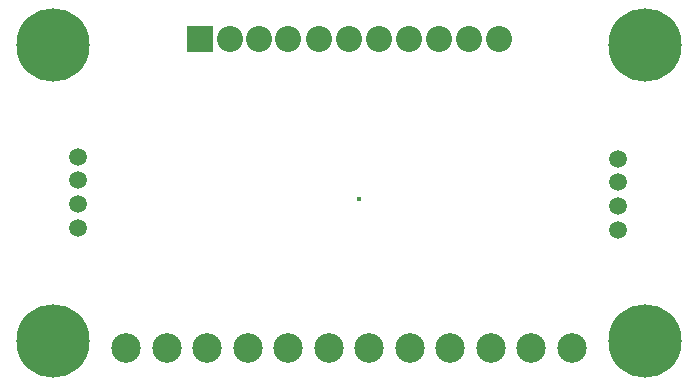
<source format=gbs>
G04 Layer_Color=16711935*
%FSLAX25Y25*%
%MOIN*%
G70*
G01*
G75*
%ADD26C,0.03162*%
%ADD27C,0.24422*%
%ADD28C,0.05918*%
%ADD29C,0.09855*%
%ADD30C,0.08674*%
%ADD31R,0.08674X0.08674*%
%ADD32C,0.01575*%
D26*
X12975Y13232D02*
D03*
X10490Y19750D02*
D03*
X13127Y26141D02*
D03*
X19671Y28830D02*
D03*
X26112Y26294D02*
D03*
X28824Y19651D02*
D03*
X26112Y13283D02*
D03*
X19673Y10551D02*
D03*
X210105Y13232D02*
D03*
X207620Y19750D02*
D03*
X210257Y26141D02*
D03*
X216800Y28830D02*
D03*
X223242Y26294D02*
D03*
X225954Y19651D02*
D03*
X223242Y13283D02*
D03*
X216803Y10551D02*
D03*
X210105Y111862D02*
D03*
X207620Y118380D02*
D03*
X210257Y124771D02*
D03*
X216800Y127460D02*
D03*
X223242Y124923D02*
D03*
X225954Y118281D02*
D03*
X223242Y111913D02*
D03*
X216803Y109180D02*
D03*
X19673D02*
D03*
X26112Y111913D02*
D03*
X28824Y118281D02*
D03*
X26112Y124923D02*
D03*
X19671Y127460D02*
D03*
X13127Y124771D02*
D03*
X10490Y118380D02*
D03*
X12975Y111862D02*
D03*
D27*
X19685Y19685D02*
D03*
X216815D02*
D03*
Y118315D02*
D03*
X19685D02*
D03*
D28*
X28009Y81113D02*
D03*
Y73239D02*
D03*
Y57491D02*
D03*
Y65365D02*
D03*
X207991Y56887D02*
D03*
Y64761D02*
D03*
Y80509D02*
D03*
Y72635D02*
D03*
D29*
X44000Y17500D02*
D03*
X57500D02*
D03*
X71000D02*
D03*
X84500D02*
D03*
X98000D02*
D03*
X111500D02*
D03*
X125000D02*
D03*
X138500D02*
D03*
X152000D02*
D03*
X165500D02*
D03*
X179000D02*
D03*
X192500D02*
D03*
D30*
X158205Y120472D02*
D03*
X148205D02*
D03*
X138205D02*
D03*
X128205D02*
D03*
X78520D02*
D03*
X88205D02*
D03*
X98048D02*
D03*
X108205D02*
D03*
X118205D02*
D03*
X168205D02*
D03*
D31*
X68520D02*
D03*
D32*
X121500Y67000D02*
D03*
M02*

</source>
